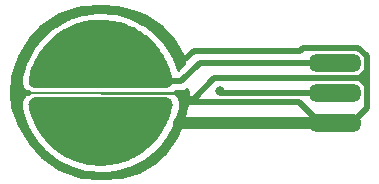
<source format=gbl>
G04 #@! TF.GenerationSoftware,KiCad,Pcbnew,(5.0.2)-1*
G04 #@! TF.CreationDate,2020-03-09T19:04:08+09:00*
G04 #@! TF.ProjectId,eckeyboard,65636b65-7962-46f6-9172-642e6b696361,rev?*
G04 #@! TF.SameCoordinates,Original*
G04 #@! TF.FileFunction,Copper,L2,Bot*
G04 #@! TF.FilePolarity,Positive*
%FSLAX46Y46*%
G04 Gerber Fmt 4.6, Leading zero omitted, Abs format (unit mm)*
G04 Created by KiCad (PCBNEW (5.0.2)-1) date 2020/03/09 19:04:08*
%MOMM*%
%LPD*%
G01*
G04 APERTURE LIST*
G04 #@! TA.AperFunction,ComponentPad*
%ADD10C,1.000000*%
G04 #@! TD*
G04 #@! TA.AperFunction,ViaPad*
%ADD11C,1.000000*%
G04 #@! TD*
G04 #@! TA.AperFunction,Conductor*
%ADD12C,0.100000*%
G04 #@! TD*
G04 #@! TA.AperFunction,Conductor*
%ADD13R,14.000000X0.250000*%
G04 #@! TD*
G04 #@! TA.AperFunction,SMDPad,CuDef*
%ADD14O,4.500000X1.524000*%
G04 #@! TD*
G04 #@! TA.AperFunction,ViaPad*
%ADD15C,0.800000*%
G04 #@! TD*
G04 #@! TA.AperFunction,Conductor*
%ADD16C,0.500000*%
G04 #@! TD*
G04 #@! TA.AperFunction,Conductor*
%ADD17C,0.250000*%
G04 #@! TD*
G04 #@! TA.AperFunction,Conductor*
%ADD18C,1.000000*%
G04 #@! TD*
G04 #@! TA.AperFunction,Conductor*
%ADD19C,0.254000*%
G04 #@! TD*
G04 APERTURE END LIST*
D10*
G04 #@! TO.P,TP1,2*
G04 #@! TO.N,/R*
X93980000Y-74676000D03*
G04 #@! TO.P,TP1,1*
G04 #@! TO.N,/S*
X93980000Y-72660000D03*
D11*
G04 #@! TD*
G04 #@! TO.N,/R*
G04 #@! TO.C,TP1*
X93980000Y-74660000D03*
D12*
G04 #@! TO.N,/R*
G04 #@! TO.C,TP1*
G36*
X87883287Y-74597283D02*
X87892255Y-74539353D01*
X87906833Y-74482575D01*
X87926882Y-74427491D01*
X87952211Y-74374625D01*
X87982577Y-74324484D01*
X88017692Y-74277546D01*
X88057219Y-74234258D01*
X88100782Y-74195033D01*
X88147965Y-74160247D01*
X88198317Y-74130231D01*
X88251358Y-74105272D01*
X88306581Y-74085608D01*
X88363459Y-74071427D01*
X88421450Y-74062864D01*
X88480000Y-74060000D01*
X99480000Y-74060000D01*
X99488377Y-74060058D01*
X99496247Y-74060553D01*
X99504129Y-74060485D01*
X99525498Y-74062394D01*
X99546881Y-74063739D01*
X99554651Y-74064997D01*
X99562517Y-74065700D01*
X99583601Y-74069686D01*
X99604747Y-74073111D01*
X99612372Y-74075126D01*
X99620117Y-74076590D01*
X99640702Y-74082611D01*
X99661422Y-74088086D01*
X99668803Y-74090831D01*
X99676379Y-74093047D01*
X99696295Y-74101055D01*
X99716365Y-74108519D01*
X99723442Y-74111971D01*
X99730767Y-74114916D01*
X99749807Y-74124829D01*
X99769052Y-74134216D01*
X99775759Y-74138342D01*
X99782761Y-74141988D01*
X99800741Y-74153711D01*
X99818980Y-74164932D01*
X99825255Y-74169695D01*
X99831864Y-74174004D01*
X99848594Y-74187410D01*
X99865673Y-74200373D01*
X99871461Y-74205733D01*
X99877610Y-74210660D01*
X99892955Y-74225637D01*
X99908684Y-74240202D01*
X99913913Y-74246091D01*
X99919561Y-74251604D01*
X99933378Y-74268016D01*
X99947603Y-74284038D01*
X99952239Y-74290420D01*
X99957314Y-74296447D01*
X99969448Y-74314104D01*
X99982059Y-74331462D01*
X99986049Y-74338263D01*
X99990513Y-74344759D01*
X100000878Y-74363538D01*
X100011722Y-74382022D01*
X100015026Y-74389172D01*
X100018839Y-74396081D01*
X100027325Y-74415791D01*
X100036310Y-74435236D01*
X100038901Y-74442677D01*
X100042021Y-74449923D01*
X100048543Y-74470364D01*
X100055588Y-74490595D01*
X100057440Y-74498249D01*
X100059839Y-74505769D01*
X100064337Y-74526758D01*
X100069372Y-74547571D01*
X100070468Y-74555371D01*
X100072122Y-74563088D01*
X100074548Y-74584397D01*
X100077531Y-74605620D01*
X100077861Y-74613496D01*
X100078753Y-74621331D01*
X100079088Y-74642789D01*
X100079985Y-74664189D01*
X100079546Y-74672048D01*
X100079669Y-74679943D01*
X100077909Y-74701326D01*
X100076713Y-74722717D01*
X100075507Y-74730510D01*
X100074860Y-74738365D01*
X100071026Y-74759452D01*
X100067745Y-74780647D01*
X100065784Y-74788284D01*
X100064374Y-74796040D01*
X99940542Y-75327973D01*
X99938586Y-75336119D01*
X99931360Y-75360195D01*
X99924478Y-75384349D01*
X99749329Y-75901660D01*
X99746587Y-75909576D01*
X99737040Y-75932847D01*
X99727840Y-75956199D01*
X99503046Y-76453949D01*
X99499545Y-76461560D01*
X99487759Y-76483815D01*
X99476338Y-76506130D01*
X99204046Y-76979569D01*
X99199819Y-76986802D01*
X99185924Y-77007792D01*
X99172372Y-77028897D01*
X98855180Y-77473504D01*
X98850267Y-77480290D01*
X98834436Y-77499766D01*
X98818845Y-77519505D01*
X98459780Y-77931038D01*
X98454229Y-77937312D01*
X98436538Y-77955185D01*
X98419129Y-77973274D01*
X98021619Y-78347804D01*
X98015482Y-78353507D01*
X97996119Y-78369580D01*
X97977041Y-78385871D01*
X97544881Y-78719824D01*
X97538217Y-78724900D01*
X97517378Y-78739007D01*
X97496801Y-78753359D01*
X97034115Y-79043547D01*
X97026988Y-79047949D01*
X97004863Y-79059959D01*
X96982992Y-79072230D01*
X96494196Y-79315883D01*
X96486673Y-79319569D01*
X96463477Y-79329365D01*
X96440518Y-79339441D01*
X95930280Y-79534232D01*
X95922433Y-79537166D01*
X95898378Y-79544656D01*
X95874560Y-79552439D01*
X95347748Y-79696511D01*
X95339653Y-79698665D01*
X95314984Y-79703771D01*
X95290516Y-79709194D01*
X94752159Y-79801170D01*
X94743892Y-79802523D01*
X94718878Y-79805194D01*
X94693964Y-79808207D01*
X94149201Y-79847210D01*
X94140841Y-79847750D01*
X94115698Y-79847967D01*
X94090596Y-79848535D01*
X93544628Y-79834192D01*
X93536256Y-79833914D01*
X93511214Y-79831677D01*
X93486173Y-79829792D01*
X92944209Y-79762240D01*
X92935904Y-79761146D01*
X92911216Y-79756479D01*
X92886464Y-79752157D01*
X92353679Y-79632042D01*
X92345520Y-79630143D01*
X92321347Y-79623072D01*
X92297192Y-79616371D01*
X91778672Y-79444838D01*
X91770737Y-79442152D01*
X91747417Y-79432775D01*
X91723984Y-79423731D01*
X91224676Y-79202416D01*
X91217041Y-79198969D01*
X91194722Y-79187348D01*
X91172310Y-79176074D01*
X90696982Y-78907094D01*
X90689720Y-78902917D01*
X90668665Y-78889189D01*
X90647435Y-78875766D01*
X90200624Y-78561685D01*
X90193804Y-78556820D01*
X90174154Y-78541075D01*
X90154370Y-78525671D01*
X89740340Y-78169488D01*
X89734028Y-78163981D01*
X89716040Y-78146424D01*
X89697822Y-78129134D01*
X89320526Y-77734248D01*
X89314781Y-77728151D01*
X89298574Y-77708902D01*
X89282148Y-77689936D01*
X88945195Y-77260128D01*
X88945187Y-77260118D01*
X88945179Y-77260106D01*
X88940064Y-77253489D01*
X88925827Y-77232770D01*
X88911317Y-77212273D01*
X88617906Y-76751624D01*
X88613454Y-76744527D01*
X88601292Y-76722491D01*
X88588867Y-76700703D01*
X88341807Y-76213620D01*
X88338070Y-76206123D01*
X88328123Y-76183021D01*
X88317876Y-76160108D01*
X88119530Y-75651250D01*
X88119527Y-75651243D01*
X88119524Y-75651235D01*
X88116538Y-75643416D01*
X88108887Y-75619435D01*
X88100931Y-75595650D01*
X87953185Y-75069856D01*
X87950975Y-75061776D01*
X87947846Y-75047175D01*
X87944024Y-75032756D01*
X87909412Y-74870550D01*
X87907721Y-74862345D01*
X87900318Y-74812481D01*
X87890628Y-74772429D01*
X87882469Y-74714380D01*
X87880015Y-74655811D01*
X87883287Y-74597283D01*
X87883287Y-74597283D01*
G37*
D11*
G04 #@! TO.N,/S*
X93980000Y-72660000D03*
D12*
G36*
X87880455Y-72647940D02*
X87880332Y-72640057D01*
X87882090Y-72618697D01*
X87883287Y-72597283D01*
X87884494Y-72589489D01*
X87885140Y-72581634D01*
X87888974Y-72560544D01*
X87892255Y-72539353D01*
X87894216Y-72531716D01*
X87895626Y-72523960D01*
X88019458Y-71992027D01*
X88021414Y-71983881D01*
X88028640Y-71959805D01*
X88035522Y-71935651D01*
X88210671Y-71418340D01*
X88213412Y-71410424D01*
X88222973Y-71387117D01*
X88232160Y-71363801D01*
X88456954Y-70866051D01*
X88460455Y-70858440D01*
X88472241Y-70836185D01*
X88483662Y-70813870D01*
X88755954Y-70340431D01*
X88760181Y-70333198D01*
X88774070Y-70312218D01*
X88787627Y-70291104D01*
X89104820Y-69846496D01*
X89109733Y-69839710D01*
X89125592Y-69820199D01*
X89141155Y-69800496D01*
X89500220Y-69388962D01*
X89505771Y-69382688D01*
X89523481Y-69364794D01*
X89540871Y-69346727D01*
X89938381Y-68972196D01*
X89944518Y-68966493D01*
X89963881Y-68950420D01*
X89982959Y-68934129D01*
X90415118Y-68600176D01*
X90421782Y-68595100D01*
X90442611Y-68581001D01*
X90463199Y-68566641D01*
X90925885Y-68276453D01*
X90933012Y-68272051D01*
X90955137Y-68260041D01*
X90977008Y-68247770D01*
X91465804Y-68004117D01*
X91473327Y-68000431D01*
X91496512Y-67990640D01*
X91519482Y-67980559D01*
X92029720Y-67785768D01*
X92037567Y-67782834D01*
X92061622Y-67775344D01*
X92085440Y-67767561D01*
X92612252Y-67623489D01*
X92620347Y-67621335D01*
X92645016Y-67616229D01*
X92669484Y-67610806D01*
X93207840Y-67518830D01*
X93216107Y-67517477D01*
X93241126Y-67514805D01*
X93266036Y-67511793D01*
X93810798Y-67472790D01*
X93819158Y-67472250D01*
X93844302Y-67472033D01*
X93869404Y-67471465D01*
X94415372Y-67485808D01*
X94423745Y-67486086D01*
X94448795Y-67488324D01*
X94473826Y-67490208D01*
X95015791Y-67557760D01*
X95024096Y-67558854D01*
X95048784Y-67563521D01*
X95073536Y-67567843D01*
X95606321Y-67687958D01*
X95614480Y-67689857D01*
X95638653Y-67696928D01*
X95662808Y-67703629D01*
X96181328Y-67875162D01*
X96189263Y-67877848D01*
X96212583Y-67887225D01*
X96236016Y-67896269D01*
X96735324Y-68117583D01*
X96742959Y-68121031D01*
X96765294Y-68132660D01*
X96787689Y-68143926D01*
X97263018Y-68412906D01*
X97270280Y-68417082D01*
X97291364Y-68430829D01*
X97312565Y-68444234D01*
X97759377Y-68758315D01*
X97766196Y-68763180D01*
X97785817Y-68778902D01*
X97805629Y-68794328D01*
X98219660Y-69150512D01*
X98225972Y-69156019D01*
X98243966Y-69173582D01*
X98262178Y-69190867D01*
X98639475Y-69585752D01*
X98645220Y-69591849D01*
X98661446Y-69611122D01*
X98677852Y-69630064D01*
X99014814Y-70059883D01*
X99019936Y-70066511D01*
X99034187Y-70087250D01*
X99048683Y-70107727D01*
X99342094Y-70568376D01*
X99346546Y-70575473D01*
X99358721Y-70597532D01*
X99371133Y-70619297D01*
X99618192Y-71106379D01*
X99621930Y-71113877D01*
X99631870Y-71136964D01*
X99642124Y-71159891D01*
X99840470Y-71668750D01*
X99840473Y-71668757D01*
X99840476Y-71668765D01*
X99843461Y-71676584D01*
X99851096Y-71700515D01*
X99859069Y-71724349D01*
X100006815Y-72250144D01*
X100009025Y-72258224D01*
X100012154Y-72272826D01*
X100015976Y-72287244D01*
X100050588Y-72449450D01*
X100052279Y-72457655D01*
X100059682Y-72507519D01*
X100069372Y-72547571D01*
X100077531Y-72605620D01*
X100079985Y-72664189D01*
X100076713Y-72722717D01*
X100067745Y-72780647D01*
X100053167Y-72837425D01*
X100033118Y-72892509D01*
X100007789Y-72945375D01*
X99977423Y-72995516D01*
X99942308Y-73042454D01*
X99902781Y-73085742D01*
X99859218Y-73124967D01*
X99812035Y-73159753D01*
X99761683Y-73189769D01*
X99708642Y-73214728D01*
X99653419Y-73234392D01*
X99596541Y-73248573D01*
X99538550Y-73257136D01*
X99480000Y-73260000D01*
X88480000Y-73260000D01*
X88471623Y-73259942D01*
X88463741Y-73259446D01*
X88455871Y-73259514D01*
X88434540Y-73257609D01*
X88413119Y-73256261D01*
X88405335Y-73255000D01*
X88397483Y-73254299D01*
X88376423Y-73250318D01*
X88355253Y-73246889D01*
X88347626Y-73244874D01*
X88339883Y-73243410D01*
X88319302Y-73237390D01*
X88298578Y-73231914D01*
X88291194Y-73229168D01*
X88283622Y-73226953D01*
X88263718Y-73218950D01*
X88243635Y-73211481D01*
X88236553Y-73208027D01*
X88229234Y-73205084D01*
X88210209Y-73195178D01*
X88190948Y-73185784D01*
X88184235Y-73181654D01*
X88177240Y-73178012D01*
X88159280Y-73166302D01*
X88141020Y-73155068D01*
X88134736Y-73150299D01*
X88128136Y-73145995D01*
X88111421Y-73132601D01*
X88094327Y-73119627D01*
X88088538Y-73114266D01*
X88082390Y-73109340D01*
X88067045Y-73094363D01*
X88051316Y-73079798D01*
X88046087Y-73073909D01*
X88040439Y-73068396D01*
X88026622Y-73051984D01*
X88012397Y-73035962D01*
X88007761Y-73029580D01*
X88002686Y-73023553D01*
X87990557Y-73005902D01*
X87977941Y-72988538D01*
X87973948Y-72981731D01*
X87969487Y-72975240D01*
X87959132Y-72956478D01*
X87948278Y-72937978D01*
X87944972Y-72930822D01*
X87941161Y-72923918D01*
X87932679Y-72904218D01*
X87923690Y-72884764D01*
X87921098Y-72877322D01*
X87917979Y-72870077D01*
X87911457Y-72849636D01*
X87904412Y-72829405D01*
X87902560Y-72821751D01*
X87900161Y-72814231D01*
X87895663Y-72793242D01*
X87890628Y-72772429D01*
X87889532Y-72764629D01*
X87887878Y-72756912D01*
X87885452Y-72735603D01*
X87882469Y-72714380D01*
X87882139Y-72706504D01*
X87881247Y-72698669D01*
X87880912Y-72677225D01*
X87880015Y-72655811D01*
X87880455Y-72647940D01*
X87880455Y-72647940D01*
G37*
D13*
G04 #@! TO.N,/GND*
X93980000Y-73660000D03*
G04 #@! TD*
D14*
G04 #@! TO.P,J1,1*
G04 #@! TO.N,/S*
X113792000Y-71120000D03*
G04 #@! TO.P,J1,2*
G04 #@! TO.N,/R*
X113792000Y-73660000D03*
G04 #@! TO.P,J1,3*
G04 #@! TO.N,/GND*
X113792000Y-76200000D03*
G04 #@! TD*
D15*
G04 #@! TO.N,/R*
X104095618Y-73521990D03*
G04 #@! TD*
D16*
G04 #@! TO.N,/S*
X93980000Y-72660000D02*
X100822000Y-72660000D01*
X102362000Y-71120000D02*
X107950000Y-71120000D01*
X100822000Y-72660000D02*
X102362000Y-71120000D01*
X107950000Y-71120000D02*
X113792000Y-71120000D01*
G04 #@! TO.N,/R*
X113792000Y-73660000D02*
X104233628Y-73660000D01*
X104233628Y-73660000D02*
X104095618Y-73521990D01*
D17*
G04 #@! TO.N,/GND*
X100855000Y-73660000D02*
X93980000Y-73660000D01*
X93980000Y-73660000D02*
X100076000Y-73660000D01*
D16*
X86868000Y-73660000D02*
X87924355Y-73660000D01*
X112304000Y-76200000D02*
X113792000Y-76200000D01*
X115280000Y-76200000D02*
X113792000Y-76200000D01*
X116542010Y-74937990D02*
X115280000Y-76200000D01*
X115943010Y-72397990D02*
X116542010Y-72996990D01*
X103624010Y-72397990D02*
X115943010Y-72397990D01*
X112522000Y-76200000D02*
X110744000Y-74422000D01*
X116542010Y-72996990D02*
X116542010Y-74937990D01*
X113792000Y-76200000D02*
X112522000Y-76200000D01*
X110744000Y-74422000D02*
X101219000Y-74422000D01*
X101219000Y-74422000D02*
X100965000Y-74168000D01*
X100965000Y-74168000D02*
X101854000Y-74168000D01*
X101854000Y-74168000D02*
X103624010Y-72397990D01*
X116542010Y-71798990D02*
X115943010Y-72397990D01*
X116542010Y-70597259D02*
X116542010Y-71798990D01*
X100584000Y-70807524D02*
X101150476Y-70807524D01*
X101150476Y-70807524D02*
X101854000Y-70104000D01*
X101854000Y-70104000D02*
X110871000Y-70104000D01*
X110871000Y-70104000D02*
X111117010Y-69857990D01*
X111117010Y-69857990D02*
X115802741Y-69857990D01*
X115802741Y-69857990D02*
X116542010Y-70597259D01*
X116542010Y-71798990D02*
X116542010Y-72996990D01*
X101219000Y-74422000D02*
X101219000Y-74803000D01*
D18*
X113792000Y-76200000D02*
X111042000Y-76200000D01*
X111042000Y-76200000D02*
X100584000Y-76200000D01*
G04 #@! TD*
D19*
G04 #@! TO.N,/GND*
G36*
X95483189Y-66419706D02*
X96987327Y-66795740D01*
X97854916Y-67167564D01*
X99105057Y-68042663D01*
X100227266Y-69164872D01*
X100970250Y-70527009D01*
X101074988Y-71155434D01*
X100512307Y-71718115D01*
X100266101Y-70982076D01*
X100243129Y-70923142D01*
X100222830Y-70877753D01*
X100203056Y-70831827D01*
X100172987Y-70770986D01*
X100168887Y-70763681D01*
X100166709Y-70759832D01*
X99626239Y-69812100D01*
X99592254Y-69758745D01*
X99563494Y-69718119D01*
X99535213Y-69676962D01*
X99493943Y-69623171D01*
X99488503Y-69616801D01*
X99485573Y-69613394D01*
X98771313Y-68788689D01*
X98727618Y-68742957D01*
X98691469Y-68708646D01*
X98655766Y-68673800D01*
X98604812Y-68629033D01*
X98598244Y-68623846D01*
X98594746Y-68628275D01*
X98591220Y-68625582D01*
X98594722Y-68621084D01*
X97733887Y-67950825D01*
X97682137Y-67914448D01*
X97640054Y-67887839D01*
X97598231Y-67860570D01*
X97539556Y-67826554D01*
X97532099Y-67822738D01*
X97528113Y-67820715D01*
X96553477Y-67330421D01*
X96495643Y-67304787D01*
X96449130Y-67286835D01*
X96402876Y-67268236D01*
X96338718Y-67246265D01*
X96330662Y-67243970D01*
X96326349Y-67242758D01*
X95275044Y-66951110D01*
X95213331Y-66937197D01*
X95164259Y-66928629D01*
X95115236Y-66919361D01*
X95047985Y-66910266D01*
X95039636Y-66909580D01*
X95035216Y-66909233D01*
X93947284Y-66827338D01*
X93884053Y-66825676D01*
X93834279Y-66826801D01*
X93784341Y-66827233D01*
X93716669Y-66831368D01*
X93708346Y-66832316D01*
X93703888Y-66832840D01*
X92620767Y-66963820D01*
X92558415Y-66974472D01*
X92509736Y-66985260D01*
X92460913Y-66995366D01*
X92395311Y-67012572D01*
X92387330Y-67015119D01*
X92383077Y-67016493D01*
X91346027Y-67355356D01*
X91286935Y-67377915D01*
X91241291Y-67397946D01*
X91195341Y-67417352D01*
X91134364Y-67446955D01*
X91127030Y-67451003D01*
X91123094Y-67453194D01*
X90171612Y-67987036D01*
X90118031Y-68020640D01*
X90077152Y-68049152D01*
X90035836Y-68077120D01*
X89981743Y-68118026D01*
X89975335Y-68123422D01*
X89971928Y-68126312D01*
X89142258Y-68834797D01*
X89096223Y-68878170D01*
X89061678Y-68914060D01*
X89026565Y-68949538D01*
X88981480Y-69000132D01*
X88976242Y-69006669D01*
X88973429Y-69010205D01*
X88297171Y-69866348D01*
X88260437Y-69917837D01*
X88233484Y-69959812D01*
X88205971Y-70001372D01*
X88171566Y-70059769D01*
X88167697Y-70067200D01*
X88165628Y-70071208D01*
X87668542Y-71042397D01*
X87642507Y-71100044D01*
X87624228Y-71146436D01*
X87605303Y-71192570D01*
X87582899Y-71256530D01*
X87580547Y-71264571D01*
X87579295Y-71268907D01*
X87280314Y-72318151D01*
X87265970Y-72379769D01*
X87261932Y-72401980D01*
X87262642Y-72402109D01*
X87248361Y-72471682D01*
X87247130Y-72483398D01*
X87245026Y-72494968D01*
X87239201Y-72565750D01*
X87238483Y-72565675D01*
X87236123Y-72588126D01*
X87236008Y-72604540D01*
X87234661Y-72620911D01*
X87235014Y-72643484D01*
X87235736Y-72643473D01*
X87235240Y-72714491D01*
X87236306Y-72726204D01*
X87236490Y-72737983D01*
X87244525Y-72808571D01*
X87243807Y-72808636D01*
X87245853Y-72831115D01*
X87248925Y-72847218D01*
X87250781Y-72863523D01*
X87255512Y-72885602D01*
X87256218Y-72885451D01*
X87269530Y-72955230D01*
X87272851Y-72966512D01*
X87275318Y-72978027D01*
X87296914Y-73045720D01*
X87296222Y-73045924D01*
X87302595Y-73067576D01*
X87308737Y-73082776D01*
X87313722Y-73098403D01*
X87322652Y-73119144D01*
X87323315Y-73118858D01*
X87349926Y-73184720D01*
X87355378Y-73195149D01*
X87360036Y-73205967D01*
X87394355Y-73268147D01*
X87393715Y-73268481D01*
X87404173Y-73288486D01*
X87413162Y-73302224D01*
X87421095Y-73316596D01*
X87433881Y-73335203D01*
X87434476Y-73334794D01*
X87473367Y-73394227D01*
X87480737Y-73403394D01*
X87487409Y-73413103D01*
X87533156Y-73467437D01*
X87532593Y-73467889D01*
X87546737Y-73485481D01*
X87558229Y-73497217D01*
X87568802Y-73509774D01*
X87584960Y-73525544D01*
X87585464Y-73525028D01*
X87635149Y-73575766D01*
X87644172Y-73583337D01*
X87652598Y-73591561D01*
X87708021Y-73635969D01*
X87707557Y-73636522D01*
X87724849Y-73651032D01*
X87737403Y-73659627D01*
X87648017Y-73732529D01*
X87558359Y-73821562D01*
X87483717Y-73911788D01*
X87413056Y-74016549D01*
X87357361Y-74119556D01*
X87308396Y-74236038D01*
X87273769Y-74347900D01*
X87248362Y-74471678D01*
X87236122Y-74588136D01*
X87235240Y-74714490D01*
X87245853Y-74831108D01*
X87262840Y-74920160D01*
X87263421Y-74926036D01*
X87273608Y-74993032D01*
X87275299Y-75001237D01*
X87276227Y-75005661D01*
X87310839Y-75167867D01*
X87326124Y-75225533D01*
X87326131Y-75225566D01*
X87326227Y-75225924D01*
X87327049Y-75229023D01*
X87327145Y-75229326D01*
X87343806Y-75291082D01*
X87346409Y-75299045D01*
X87347804Y-75303264D01*
X87693899Y-76337924D01*
X87716872Y-76396862D01*
X87737222Y-76442364D01*
X87756943Y-76488168D01*
X87786995Y-76548980D01*
X87791095Y-76556286D01*
X87793291Y-76560168D01*
X88333761Y-77507899D01*
X88367744Y-77561251D01*
X88396511Y-77601887D01*
X88424791Y-77643042D01*
X88466024Y-77696789D01*
X88471464Y-77703160D01*
X88474427Y-77706606D01*
X89188686Y-78531311D01*
X89232387Y-78577048D01*
X89268509Y-78611332D01*
X89304234Y-78646200D01*
X89355175Y-78690957D01*
X89361749Y-78696149D01*
X89365271Y-78698911D01*
X90226113Y-79369175D01*
X90277863Y-79405552D01*
X90319946Y-79432161D01*
X90361769Y-79459430D01*
X90420476Y-79493463D01*
X90427934Y-79497279D01*
X90431888Y-79499285D01*
X91406523Y-79989579D01*
X91464350Y-80015210D01*
X91510792Y-80033135D01*
X91557132Y-80051768D01*
X91621282Y-80073735D01*
X91629338Y-80076030D01*
X91633651Y-80077242D01*
X92684956Y-80368890D01*
X92746669Y-80382803D01*
X92795741Y-80391371D01*
X92844764Y-80400639D01*
X92912015Y-80409734D01*
X92920364Y-80410420D01*
X92924784Y-80410767D01*
X94012716Y-80492662D01*
X94075947Y-80494324D01*
X94125721Y-80493199D01*
X94175659Y-80492767D01*
X94243399Y-80488624D01*
X94251723Y-80487675D01*
X94256112Y-80487159D01*
X95339232Y-80356180D01*
X95401585Y-80345528D01*
X95450264Y-80334740D01*
X95499087Y-80324634D01*
X95564689Y-80307428D01*
X95572670Y-80304881D01*
X95576923Y-80303507D01*
X96613972Y-79964644D01*
X96673066Y-79942084D01*
X96718690Y-79922061D01*
X96764658Y-79902648D01*
X96825695Y-79873012D01*
X96833029Y-79868963D01*
X96836906Y-79866805D01*
X97788389Y-79332964D01*
X97841978Y-79299354D01*
X97882810Y-79270874D01*
X97924163Y-79242881D01*
X97978266Y-79201965D01*
X97984669Y-79196573D01*
X97982676Y-79194206D01*
X97986116Y-79191386D01*
X97988078Y-79193683D01*
X98817743Y-78485204D01*
X98863782Y-78441826D01*
X98898329Y-78405932D01*
X98933432Y-78370466D01*
X98978557Y-78319822D01*
X98983790Y-78313290D01*
X98979454Y-78309816D01*
X98982147Y-78306290D01*
X98986575Y-78309788D01*
X99662829Y-77453653D01*
X99699567Y-77402157D01*
X99726466Y-77360266D01*
X99754030Y-77318628D01*
X99788434Y-77260231D01*
X99792303Y-77252800D01*
X99794372Y-77248792D01*
X100291458Y-76277603D01*
X100317493Y-76219956D01*
X100335772Y-76173564D01*
X100354697Y-76127430D01*
X100377101Y-76063470D01*
X100379453Y-76055429D01*
X100380705Y-76051093D01*
X100679686Y-75001849D01*
X100694030Y-74940231D01*
X100698068Y-74918020D01*
X100697358Y-74917891D01*
X100711639Y-74848318D01*
X100712870Y-74836602D01*
X100714974Y-74825032D01*
X100720799Y-74754250D01*
X100721517Y-74754325D01*
X100723877Y-74731874D01*
X100723992Y-74715460D01*
X100725339Y-74699089D01*
X100724986Y-74676516D01*
X100724264Y-74676527D01*
X100724760Y-74605509D01*
X100723694Y-74593796D01*
X100723510Y-74582017D01*
X100715475Y-74511429D01*
X100716193Y-74511364D01*
X100714147Y-74488885D01*
X100711075Y-74472781D01*
X100709219Y-74456477D01*
X100704488Y-74434398D01*
X100703782Y-74434549D01*
X100690472Y-74364776D01*
X100687147Y-74353479D01*
X100684680Y-74341966D01*
X100663086Y-74274281D01*
X100663777Y-74274077D01*
X100657405Y-74252428D01*
X100651265Y-74237231D01*
X100646276Y-74221593D01*
X100637345Y-74200850D01*
X100636682Y-74201135D01*
X100610078Y-74135287D01*
X100604617Y-74124841D01*
X100599960Y-74114025D01*
X100565646Y-74051853D01*
X100566285Y-74051519D01*
X100555827Y-74031514D01*
X100546838Y-74017777D01*
X100538905Y-74003404D01*
X100526119Y-73984797D01*
X100525524Y-73985206D01*
X100486633Y-73925773D01*
X100479263Y-73916606D01*
X100472591Y-73906897D01*
X100426844Y-73852563D01*
X100427407Y-73852111D01*
X100413263Y-73834519D01*
X100401771Y-73822783D01*
X100391198Y-73810226D01*
X100375040Y-73794456D01*
X100374536Y-73794972D01*
X100324851Y-73744234D01*
X100315828Y-73736663D01*
X100307402Y-73728439D01*
X100251979Y-73684031D01*
X100252443Y-73683478D01*
X100235151Y-73668968D01*
X100222597Y-73660373D01*
X100311983Y-73587471D01*
X100354752Y-73545000D01*
X100734839Y-73545000D01*
X100822000Y-73562337D01*
X100909161Y-73545000D01*
X100909165Y-73545000D01*
X101167310Y-73493652D01*
X101324737Y-73388462D01*
X101345512Y-73658539D01*
X101220248Y-74911183D01*
X100970801Y-76158418D01*
X100346339Y-77407343D01*
X99470645Y-78783432D01*
X98476921Y-79652941D01*
X97232863Y-80399376D01*
X95737923Y-80773111D01*
X93980350Y-80898652D01*
X92354330Y-80773573D01*
X90480294Y-80148895D01*
X88986852Y-79153267D01*
X87989001Y-77905953D01*
X87108971Y-76397329D01*
X86484492Y-74898580D01*
X86360576Y-73659422D01*
X86485019Y-72290544D01*
X87110637Y-70538814D01*
X87985420Y-69039186D01*
X88980914Y-68043692D01*
X90482280Y-67042781D01*
X91479803Y-66668710D01*
X92351546Y-66419641D01*
X93979596Y-66294406D01*
X95483189Y-66419706D01*
X95483189Y-66419706D01*
G37*
X95483189Y-66419706D02*
X96987327Y-66795740D01*
X97854916Y-67167564D01*
X99105057Y-68042663D01*
X100227266Y-69164872D01*
X100970250Y-70527009D01*
X101074988Y-71155434D01*
X100512307Y-71718115D01*
X100266101Y-70982076D01*
X100243129Y-70923142D01*
X100222830Y-70877753D01*
X100203056Y-70831827D01*
X100172987Y-70770986D01*
X100168887Y-70763681D01*
X100166709Y-70759832D01*
X99626239Y-69812100D01*
X99592254Y-69758745D01*
X99563494Y-69718119D01*
X99535213Y-69676962D01*
X99493943Y-69623171D01*
X99488503Y-69616801D01*
X99485573Y-69613394D01*
X98771313Y-68788689D01*
X98727618Y-68742957D01*
X98691469Y-68708646D01*
X98655766Y-68673800D01*
X98604812Y-68629033D01*
X98598244Y-68623846D01*
X98594746Y-68628275D01*
X98591220Y-68625582D01*
X98594722Y-68621084D01*
X97733887Y-67950825D01*
X97682137Y-67914448D01*
X97640054Y-67887839D01*
X97598231Y-67860570D01*
X97539556Y-67826554D01*
X97532099Y-67822738D01*
X97528113Y-67820715D01*
X96553477Y-67330421D01*
X96495643Y-67304787D01*
X96449130Y-67286835D01*
X96402876Y-67268236D01*
X96338718Y-67246265D01*
X96330662Y-67243970D01*
X96326349Y-67242758D01*
X95275044Y-66951110D01*
X95213331Y-66937197D01*
X95164259Y-66928629D01*
X95115236Y-66919361D01*
X95047985Y-66910266D01*
X95039636Y-66909580D01*
X95035216Y-66909233D01*
X93947284Y-66827338D01*
X93884053Y-66825676D01*
X93834279Y-66826801D01*
X93784341Y-66827233D01*
X93716669Y-66831368D01*
X93708346Y-66832316D01*
X93703888Y-66832840D01*
X92620767Y-66963820D01*
X92558415Y-66974472D01*
X92509736Y-66985260D01*
X92460913Y-66995366D01*
X92395311Y-67012572D01*
X92387330Y-67015119D01*
X92383077Y-67016493D01*
X91346027Y-67355356D01*
X91286935Y-67377915D01*
X91241291Y-67397946D01*
X91195341Y-67417352D01*
X91134364Y-67446955D01*
X91127030Y-67451003D01*
X91123094Y-67453194D01*
X90171612Y-67987036D01*
X90118031Y-68020640D01*
X90077152Y-68049152D01*
X90035836Y-68077120D01*
X89981743Y-68118026D01*
X89975335Y-68123422D01*
X89971928Y-68126312D01*
X89142258Y-68834797D01*
X89096223Y-68878170D01*
X89061678Y-68914060D01*
X89026565Y-68949538D01*
X88981480Y-69000132D01*
X88976242Y-69006669D01*
X88973429Y-69010205D01*
X88297171Y-69866348D01*
X88260437Y-69917837D01*
X88233484Y-69959812D01*
X88205971Y-70001372D01*
X88171566Y-70059769D01*
X88167697Y-70067200D01*
X88165628Y-70071208D01*
X87668542Y-71042397D01*
X87642507Y-71100044D01*
X87624228Y-71146436D01*
X87605303Y-71192570D01*
X87582899Y-71256530D01*
X87580547Y-71264571D01*
X87579295Y-71268907D01*
X87280314Y-72318151D01*
X87265970Y-72379769D01*
X87261932Y-72401980D01*
X87262642Y-72402109D01*
X87248361Y-72471682D01*
X87247130Y-72483398D01*
X87245026Y-72494968D01*
X87239201Y-72565750D01*
X87238483Y-72565675D01*
X87236123Y-72588126D01*
X87236008Y-72604540D01*
X87234661Y-72620911D01*
X87235014Y-72643484D01*
X87235736Y-72643473D01*
X87235240Y-72714491D01*
X87236306Y-72726204D01*
X87236490Y-72737983D01*
X87244525Y-72808571D01*
X87243807Y-72808636D01*
X87245853Y-72831115D01*
X87248925Y-72847218D01*
X87250781Y-72863523D01*
X87255512Y-72885602D01*
X87256218Y-72885451D01*
X87269530Y-72955230D01*
X87272851Y-72966512D01*
X87275318Y-72978027D01*
X87296914Y-73045720D01*
X87296222Y-73045924D01*
X87302595Y-73067576D01*
X87308737Y-73082776D01*
X87313722Y-73098403D01*
X87322652Y-73119144D01*
X87323315Y-73118858D01*
X87349926Y-73184720D01*
X87355378Y-73195149D01*
X87360036Y-73205967D01*
X87394355Y-73268147D01*
X87393715Y-73268481D01*
X87404173Y-73288486D01*
X87413162Y-73302224D01*
X87421095Y-73316596D01*
X87433881Y-73335203D01*
X87434476Y-73334794D01*
X87473367Y-73394227D01*
X87480737Y-73403394D01*
X87487409Y-73413103D01*
X87533156Y-73467437D01*
X87532593Y-73467889D01*
X87546737Y-73485481D01*
X87558229Y-73497217D01*
X87568802Y-73509774D01*
X87584960Y-73525544D01*
X87585464Y-73525028D01*
X87635149Y-73575766D01*
X87644172Y-73583337D01*
X87652598Y-73591561D01*
X87708021Y-73635969D01*
X87707557Y-73636522D01*
X87724849Y-73651032D01*
X87737403Y-73659627D01*
X87648017Y-73732529D01*
X87558359Y-73821562D01*
X87483717Y-73911788D01*
X87413056Y-74016549D01*
X87357361Y-74119556D01*
X87308396Y-74236038D01*
X87273769Y-74347900D01*
X87248362Y-74471678D01*
X87236122Y-74588136D01*
X87235240Y-74714490D01*
X87245853Y-74831108D01*
X87262840Y-74920160D01*
X87263421Y-74926036D01*
X87273608Y-74993032D01*
X87275299Y-75001237D01*
X87276227Y-75005661D01*
X87310839Y-75167867D01*
X87326124Y-75225533D01*
X87326131Y-75225566D01*
X87326227Y-75225924D01*
X87327049Y-75229023D01*
X87327145Y-75229326D01*
X87343806Y-75291082D01*
X87346409Y-75299045D01*
X87347804Y-75303264D01*
X87693899Y-76337924D01*
X87716872Y-76396862D01*
X87737222Y-76442364D01*
X87756943Y-76488168D01*
X87786995Y-76548980D01*
X87791095Y-76556286D01*
X87793291Y-76560168D01*
X88333761Y-77507899D01*
X88367744Y-77561251D01*
X88396511Y-77601887D01*
X88424791Y-77643042D01*
X88466024Y-77696789D01*
X88471464Y-77703160D01*
X88474427Y-77706606D01*
X89188686Y-78531311D01*
X89232387Y-78577048D01*
X89268509Y-78611332D01*
X89304234Y-78646200D01*
X89355175Y-78690957D01*
X89361749Y-78696149D01*
X89365271Y-78698911D01*
X90226113Y-79369175D01*
X90277863Y-79405552D01*
X90319946Y-79432161D01*
X90361769Y-79459430D01*
X90420476Y-79493463D01*
X90427934Y-79497279D01*
X90431888Y-79499285D01*
X91406523Y-79989579D01*
X91464350Y-80015210D01*
X91510792Y-80033135D01*
X91557132Y-80051768D01*
X91621282Y-80073735D01*
X91629338Y-80076030D01*
X91633651Y-80077242D01*
X92684956Y-80368890D01*
X92746669Y-80382803D01*
X92795741Y-80391371D01*
X92844764Y-80400639D01*
X92912015Y-80409734D01*
X92920364Y-80410420D01*
X92924784Y-80410767D01*
X94012716Y-80492662D01*
X94075947Y-80494324D01*
X94125721Y-80493199D01*
X94175659Y-80492767D01*
X94243399Y-80488624D01*
X94251723Y-80487675D01*
X94256112Y-80487159D01*
X95339232Y-80356180D01*
X95401585Y-80345528D01*
X95450264Y-80334740D01*
X95499087Y-80324634D01*
X95564689Y-80307428D01*
X95572670Y-80304881D01*
X95576923Y-80303507D01*
X96613972Y-79964644D01*
X96673066Y-79942084D01*
X96718690Y-79922061D01*
X96764658Y-79902648D01*
X96825695Y-79873012D01*
X96833029Y-79868963D01*
X96836906Y-79866805D01*
X97788389Y-79332964D01*
X97841978Y-79299354D01*
X97882810Y-79270874D01*
X97924163Y-79242881D01*
X97978266Y-79201965D01*
X97984669Y-79196573D01*
X97982676Y-79194206D01*
X97986116Y-79191386D01*
X97988078Y-79193683D01*
X98817743Y-78485204D01*
X98863782Y-78441826D01*
X98898329Y-78405932D01*
X98933432Y-78370466D01*
X98978557Y-78319822D01*
X98983790Y-78313290D01*
X98979454Y-78309816D01*
X98982147Y-78306290D01*
X98986575Y-78309788D01*
X99662829Y-77453653D01*
X99699567Y-77402157D01*
X99726466Y-77360266D01*
X99754030Y-77318628D01*
X99788434Y-77260231D01*
X99792303Y-77252800D01*
X99794372Y-77248792D01*
X100291458Y-76277603D01*
X100317493Y-76219956D01*
X100335772Y-76173564D01*
X100354697Y-76127430D01*
X100377101Y-76063470D01*
X100379453Y-76055429D01*
X100380705Y-76051093D01*
X100679686Y-75001849D01*
X100694030Y-74940231D01*
X100698068Y-74918020D01*
X100697358Y-74917891D01*
X100711639Y-74848318D01*
X100712870Y-74836602D01*
X100714974Y-74825032D01*
X100720799Y-74754250D01*
X100721517Y-74754325D01*
X100723877Y-74731874D01*
X100723992Y-74715460D01*
X100725339Y-74699089D01*
X100724986Y-74676516D01*
X100724264Y-74676527D01*
X100724760Y-74605509D01*
X100723694Y-74593796D01*
X100723510Y-74582017D01*
X100715475Y-74511429D01*
X100716193Y-74511364D01*
X100714147Y-74488885D01*
X100711075Y-74472781D01*
X100709219Y-74456477D01*
X100704488Y-74434398D01*
X100703782Y-74434549D01*
X100690472Y-74364776D01*
X100687147Y-74353479D01*
X100684680Y-74341966D01*
X100663086Y-74274281D01*
X100663777Y-74274077D01*
X100657405Y-74252428D01*
X100651265Y-74237231D01*
X100646276Y-74221593D01*
X100637345Y-74200850D01*
X100636682Y-74201135D01*
X100610078Y-74135287D01*
X100604617Y-74124841D01*
X100599960Y-74114025D01*
X100565646Y-74051853D01*
X100566285Y-74051519D01*
X100555827Y-74031514D01*
X100546838Y-74017777D01*
X100538905Y-74003404D01*
X100526119Y-73984797D01*
X100525524Y-73985206D01*
X100486633Y-73925773D01*
X100479263Y-73916606D01*
X100472591Y-73906897D01*
X100426844Y-73852563D01*
X100427407Y-73852111D01*
X100413263Y-73834519D01*
X100401771Y-73822783D01*
X100391198Y-73810226D01*
X100375040Y-73794456D01*
X100374536Y-73794972D01*
X100324851Y-73744234D01*
X100315828Y-73736663D01*
X100307402Y-73728439D01*
X100251979Y-73684031D01*
X100252443Y-73683478D01*
X100235151Y-73668968D01*
X100222597Y-73660373D01*
X100311983Y-73587471D01*
X100354752Y-73545000D01*
X100734839Y-73545000D01*
X100822000Y-73562337D01*
X100909161Y-73545000D01*
X100909165Y-73545000D01*
X101167310Y-73493652D01*
X101324737Y-73388462D01*
X101345512Y-73658539D01*
X101220248Y-74911183D01*
X100970801Y-76158418D01*
X100346339Y-77407343D01*
X99470645Y-78783432D01*
X98476921Y-79652941D01*
X97232863Y-80399376D01*
X95737923Y-80773111D01*
X93980350Y-80898652D01*
X92354330Y-80773573D01*
X90480294Y-80148895D01*
X88986852Y-79153267D01*
X87989001Y-77905953D01*
X87108971Y-76397329D01*
X86484492Y-74898580D01*
X86360576Y-73659422D01*
X86485019Y-72290544D01*
X87110637Y-70538814D01*
X87985420Y-69039186D01*
X88980914Y-68043692D01*
X90482280Y-67042781D01*
X91479803Y-66668710D01*
X92351546Y-66419641D01*
X93979596Y-66294406D01*
X95483189Y-66419706D01*
G04 #@! TD*
M02*

</source>
